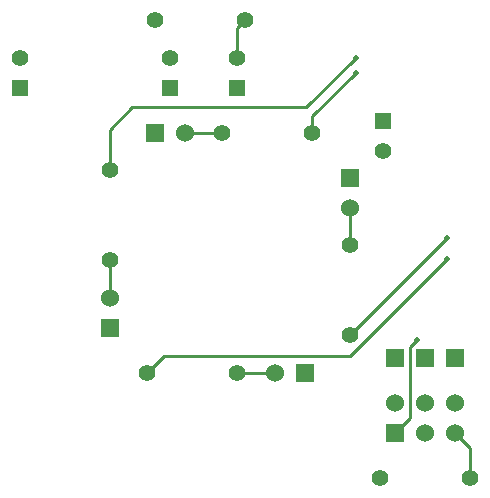
<source format=gbl>
G04 (created by PCBNEW (2013-07-07 BZR 4022)-stable) date 12/10/2014 10:11:42 PM*
%MOIN*%
G04 Gerber Fmt 3.4, Leading zero omitted, Abs format*
%FSLAX34Y34*%
G01*
G70*
G90*
G04 APERTURE LIST*
%ADD10C,0.00590551*%
%ADD11C,0.055*%
%ADD12R,0.06X0.06*%
%ADD13C,0.06*%
%ADD14R,0.055X0.055*%
%ADD15C,0.02*%
%ADD16C,0.01*%
G04 APERTURE END LIST*
G54D10*
G54D11*
X78750Y-55500D03*
X75750Y-55500D03*
X82500Y-51250D03*
X82500Y-54250D03*
X78250Y-47500D03*
X81250Y-47500D03*
X74500Y-51750D03*
X74500Y-48750D03*
X83500Y-59000D03*
X86500Y-59000D03*
X76000Y-43750D03*
X79000Y-43750D03*
G54D12*
X84000Y-57500D03*
G54D13*
X84000Y-56500D03*
X85000Y-57500D03*
X85000Y-56500D03*
X86000Y-57500D03*
X86000Y-56500D03*
G54D12*
X82500Y-49000D03*
G54D13*
X82500Y-50000D03*
G54D12*
X76000Y-47500D03*
G54D13*
X77000Y-47500D03*
G54D12*
X74500Y-54000D03*
G54D13*
X74500Y-53000D03*
G54D12*
X81000Y-55500D03*
G54D13*
X80000Y-55500D03*
G54D12*
X85000Y-55000D03*
X86000Y-55000D03*
X84000Y-55000D03*
G54D14*
X78750Y-46000D03*
G54D11*
X78750Y-45000D03*
G54D14*
X76500Y-46000D03*
G54D11*
X76500Y-45000D03*
G54D14*
X71500Y-46000D03*
G54D11*
X71500Y-45000D03*
G54D14*
X83600Y-47100D03*
G54D11*
X83600Y-48100D03*
G54D15*
X85750Y-51700D03*
X85750Y-51000D03*
X82700Y-45500D03*
X84750Y-54400D03*
X82700Y-45000D03*
G54D16*
X82500Y-51250D02*
X82500Y-50000D01*
X78250Y-47500D02*
X77000Y-47500D01*
X74500Y-51750D02*
X74500Y-53000D01*
X86500Y-59000D02*
X86500Y-58000D01*
X86500Y-58000D02*
X86000Y-57500D01*
X75750Y-55500D02*
X76300Y-54950D01*
X82500Y-54950D02*
X85750Y-51700D01*
X76300Y-54950D02*
X82500Y-54950D01*
X85750Y-51000D02*
X82500Y-54250D01*
X81250Y-47500D02*
X81250Y-46950D01*
X81250Y-46950D02*
X82700Y-45500D01*
X84500Y-57000D02*
X84000Y-57500D01*
X84500Y-54650D02*
X84500Y-57000D01*
X84750Y-54400D02*
X84500Y-54650D01*
X74500Y-48750D02*
X74500Y-47400D01*
X81050Y-46650D02*
X82700Y-45000D01*
X75250Y-46650D02*
X81050Y-46650D01*
X74500Y-47400D02*
X75250Y-46650D01*
X80000Y-55500D02*
X78750Y-55500D01*
X78750Y-45000D02*
X78750Y-44000D01*
X78750Y-44000D02*
X79000Y-43750D01*
M02*

</source>
